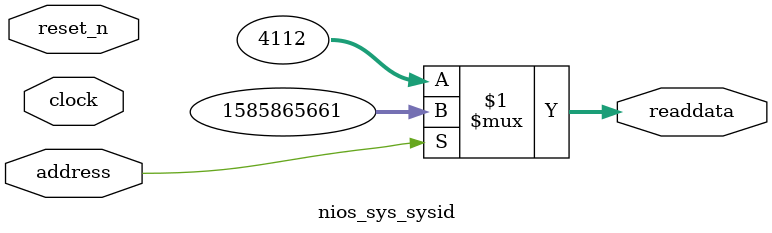
<source format=v>



// synthesis translate_off
`timescale 1ns / 1ps
// synthesis translate_on

// turn off superfluous verilog processor warnings 
// altera message_level Level1 
// altera message_off 10034 10035 10036 10037 10230 10240 10030 

module nios_sys_sysid (
               // inputs:
                address,
                clock,
                reset_n,

               // outputs:
                readdata
             )
;

  output  [ 31: 0] readdata;
  input            address;
  input            clock;
  input            reset_n;

  wire    [ 31: 0] readdata;
  //control_slave, which is an e_avalon_slave
  assign readdata = address ? 1585865661 : 4112;

endmodule



</source>
